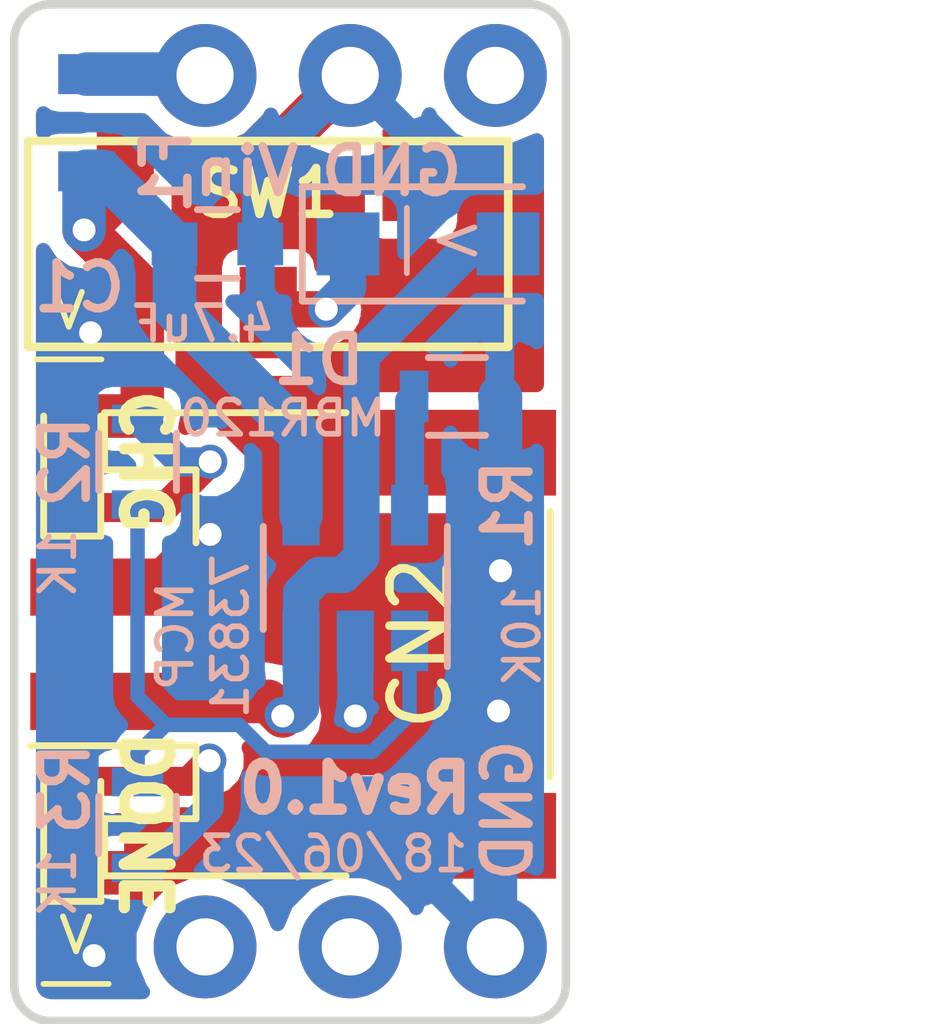
<source format=kicad_pcb>
(kicad_pcb (version 4) (host pcbnew 4.0.7)

  (general
    (links 19)
    (no_connects 0)
    (area 123.879381 95.037 163.147811 119.566)
    (thickness 1.6)
    (drawings 23)
    (tracks 104)
    (zones 0)
    (modules 12)
    (nets 14)
  )

  (page A4)
  (layers
    (0 F.Cu signal)
    (31 B.Cu signal)
    (32 B.Adhes user)
    (33 F.Adhes user)
    (34 B.Paste user)
    (35 F.Paste user)
    (36 B.SilkS user)
    (37 F.SilkS user)
    (38 B.Mask user)
    (39 F.Mask user)
    (40 Dwgs.User user)
    (41 Cmts.User user)
    (42 Eco1.User user)
    (43 Eco2.User user)
    (44 Edge.Cuts user)
    (45 Margin user)
    (46 B.CrtYd user)
    (47 F.CrtYd user)
    (48 B.Fab user)
    (49 F.Fab user hide)
  )

  (setup
    (last_trace_width 0.762)
    (user_trace_width 0.254)
    (user_trace_width 0.508)
    (user_trace_width 0.635)
    (user_trace_width 0.762)
    (trace_clearance 0.2)
    (zone_clearance 0.3)
    (zone_45_only yes)
    (trace_min 0.2)
    (segment_width 0.2)
    (edge_width 0.15)
    (via_size 0.6)
    (via_drill 0.4)
    (via_min_size 0.4)
    (via_min_drill 0.3)
    (uvia_size 0.3)
    (uvia_drill 0.1)
    (uvias_allowed no)
    (uvia_min_size 0.2)
    (uvia_min_drill 0.1)
    (pcb_text_width 0.3)
    (pcb_text_size 1.5 1.5)
    (mod_edge_width 0.15)
    (mod_text_size 1 1)
    (mod_text_width 0.15)
    (pad_size 1.524 1.524)
    (pad_drill 0.762)
    (pad_to_mask_clearance 0.2)
    (aux_axis_origin 0 0)
    (visible_elements FFFFFF7F)
    (pcbplotparams
      (layerselection 0x330fc_80000001)
      (usegerberextensions false)
      (excludeedgelayer true)
      (linewidth 0.100000)
      (plotframeref false)
      (viasonmask false)
      (mode 1)
      (useauxorigin false)
      (hpglpennumber 1)
      (hpglpenspeed 20)
      (hpglpendiameter 15)
      (hpglpenoverlay 2)
      (psnegative false)
      (psa4output false)
      (plotreference true)
      (plotvalue true)
      (plotinvisibletext false)
      (padsonsilk false)
      (subtractmaskfromsilk false)
      (outputformat 1)
      (mirror false)
      (drillshape 0)
      (scaleselection 1)
      (outputdirectory Arduino_pro_micro_battery_shield_rev1.0/))
  )

  (net 0 "")
  (net 1 GND)
  (net 2 VBUS)
  (net 3 VBAT)
  (net 4 "Net-(D2-Pad1)")
  (net 5 "Net-(D3-Pad2)")
  (net 6 "Net-(J1-Pad1)")
  (net 7 "Net-(J1-Pad2)")
  (net 8 "Net-(J1-Pad22)")
  (net 9 "Net-(R1-Pad2)")
  (net 10 "Net-(R2-Pad1)")
  (net 11 "Net-(D1-Pad1)")
  (net 12 "Net-(SW1-Pad1)")
  (net 13 VDD)

  (net_class Default "This is the default net class."
    (clearance 0.2)
    (trace_width 0.25)
    (via_dia 0.6)
    (via_drill 0.4)
    (uvia_dia 0.3)
    (uvia_drill 0.1)
    (add_net GND)
    (add_net "Net-(D1-Pad1)")
    (add_net "Net-(D2-Pad1)")
    (add_net "Net-(D3-Pad2)")
    (add_net "Net-(J1-Pad1)")
    (add_net "Net-(J1-Pad2)")
    (add_net "Net-(J1-Pad22)")
    (add_net "Net-(R1-Pad2)")
    (add_net "Net-(R2-Pad1)")
    (add_net "Net-(SW1-Pad1)")
    (add_net VBAT)
    (add_net VBUS)
    (add_net VDD)
  )

  (module Arduino_pro_micro_battery_backpack (layer F.Cu) (tedit 5B25C312) (tstamp 5B253EFF)
    (at 148.5011 105.0036)
    (path /5B251DCF)
    (fp_text reference J1 (at 10.5029 -1.6256) (layer F.SilkS) hide
      (effects (font (size 1 1) (thickness 0.15)))
    )
    (fp_text value Arduino_pro_micro_conn (at 5.4229 13.4874) (layer F.Fab) hide
      (effects (font (size 1 1) (thickness 0.15)))
    )
    (fp_text user GND (at -7.4041 7.7724 90) (layer B.SilkS)
      (effects (font (size 0.8 0.8) (thickness 0.15)) (justify mirror))
    )
    (fp_text user 0RX (at -10.7061 23.1394) (layer B.SilkS) hide
      (effects (font (size 0.8 0.8) (thickness 0.2)) (justify mirror))
    )
    (fp_text user 1TX (at -13.6271 23.3934) (layer B.SilkS) hide
      (effects (font (size 0.8 0.8) (thickness 0.2)) (justify mirror))
    )
    (fp_text user RST (at -8.1661 -19.2786) (layer B.SilkS) hide
      (effects (font (size 0.8 0.8) (thickness 0.2)) (justify mirror))
    )
    (fp_text user GND (at -9.4361 -3.4036) (layer B.SilkS)
      (effects (font (size 0.8 0.8) (thickness 0.15)) (justify mirror))
    )
    (fp_text user Vin (at -11.9761 -3.4036) (layer B.SilkS)
      (effects (font (size 0.8 0.8) (thickness 0.15)) (justify mirror))
    )
    (fp_text user Vin (at -12.9921 -17.7546) (layer F.SilkS) hide
      (effects (font (size 0.8 0.8) (thickness 0.2)))
    )
    (fp_text user GND (at -10.7061 -17.8816) (layer F.SilkS) hide
      (effects (font (size 0.8 0.8) (thickness 0.2)))
    )
    (fp_text user RST (at -8.2931 -17.6276) (layer F.SilkS) hide
      (effects (font (size 0.8 0.8) (thickness 0.2)))
    )
    (fp_text user GND (at -7.7851 24.7904) (layer F.SilkS) hide
      (effects (font (size 0.8 0.8) (thickness 0.2)))
    )
    (fp_text user 0RX (at -10.8331 25.2984) (layer F.SilkS) hide
      (effects (font (size 0.8 0.8) (thickness 0.2)))
    )
    (fp_text user 1TX (at -13.7541 25.0444) (layer F.SilkS) hide
      (effects (font (size 0.8 0.8) (thickness 0.2)))
    )
    (pad 1 thru_hole circle (at -12.7 10.16) (size 1.8 1.8) (drill 1) (layers *.Cu *.Mask)
      (net 6 "Net-(J1-Pad1)"))
    (pad 2 thru_hole circle (at -10.16 10.16) (size 1.8 1.8) (drill 1) (layers *.Cu *.Mask)
      (net 7 "Net-(J1-Pad2)"))
    (pad 3 thru_hole circle (at -7.62 10.16) (size 1.8 1.8) (drill 1) (layers *.Cu *.Mask)
      (net 1 GND))
    (pad 22 thru_hole circle (at -7.62 -5.08) (size 1.8 1.8) (drill 1) (layers *.Cu *.Mask)
      (net 8 "Net-(J1-Pad22)"))
    (pad 23 thru_hole circle (at -10.16 -5.08) (size 1.8 1.8) (drill 1) (layers *.Cu *.Mask)
      (net 1 GND))
    (pad 24 thru_hole circle (at -12.7 -5.08) (size 1.8 1.8) (drill 1) (layers *.Cu *.Mask)
      (net 2 VBUS))
  )

  (module Capacitors_SMD:C_0603 (layer B.Cu) (tedit 5B25B896) (tstamp 5B253EB4)
    (at 136.017 102.87)
    (descr "Capacitor SMD 0603, reflow soldering, AVX (see smccp.pdf)")
    (tags "capacitor 0603")
    (path /5B250BFA)
    (attr smd)
    (fp_text reference C1 (at -2.413 0.762) (layer B.SilkS)
      (effects (font (size 0.8 0.8) (thickness 0.15)) (justify mirror))
    )
    (fp_text value 1uF (at -0.889 -5.334) (layer F.Fab)
      (effects (font (size 1 1) (thickness 0.15)))
    )
    (fp_line (start 1.4 -0.65) (end -1.4 -0.65) (layer B.CrtYd) (width 0.05))
    (fp_line (start 1.4 -0.65) (end 1.4 0.65) (layer B.CrtYd) (width 0.05))
    (fp_line (start -1.4 0.65) (end -1.4 -0.65) (layer B.CrtYd) (width 0.05))
    (fp_line (start -1.4 0.65) (end 1.4 0.65) (layer B.CrtYd) (width 0.05))
    (fp_line (start 0.35 -0.6) (end -0.35 -0.6) (layer B.SilkS) (width 0.12))
    (fp_line (start -0.35 0.6) (end 0.35 0.6) (layer B.SilkS) (width 0.12))
    (fp_line (start -0.8 0.4) (end 0.8 0.4) (layer B.Fab) (width 0.1))
    (fp_line (start 0.8 0.4) (end 0.8 -0.4) (layer B.Fab) (width 0.1))
    (fp_line (start 0.8 -0.4) (end -0.8 -0.4) (layer B.Fab) (width 0.1))
    (fp_line (start -0.8 -0.4) (end -0.8 0.4) (layer B.Fab) (width 0.1))
    (fp_text user %R (at 0 0) (layer B.Fab)
      (effects (font (size 0.3 0.3) (thickness 0.075)) (justify mirror))
    )
    (pad 2 smd rect (at 0.75 0) (size 0.8 0.75) (layers B.Cu B.Paste B.Mask)
      (net 1 GND))
    (pad 1 smd rect (at -0.75 0) (size 0.8 0.75) (layers B.Cu B.Paste B.Mask)
      (net 13 VDD))
    (model Capacitors_SMD.3dshapes/C_0603.wrl
      (at (xyz 0 0 0))
      (scale (xyz 1 1 1))
      (rotate (xyz 0 0 0))
    )
  )

  (module library:JST_PH_S2B-PH-SM4-TB_02x2.00mm_Angled (layer F.Cu) (tedit 5B25B835) (tstamp 5B253ED1)
    (at 137.368 109.871 90)
    (descr "JST PH series connector, S2B-PH-SM4-TB, side entry type, surface mount, Datasheet: http://www.jst-mfg.com/product/pdf/eng/ePH.pdf")
    (tags "connector jst ph")
    (path /5B24FF2D)
    (attr smd)
    (fp_text reference CN2 (at 0.016 2.205 90) (layer F.SilkS)
      (effects (font (size 1 1) (thickness 0.15)))
    )
    (fp_text value JSTPH (at 0.016 6.777 90) (layer F.Fab)
      (effects (font (size 1 1) (thickness 0.15)))
    )
    (fp_line (start -3.15 -1.625) (end -3.15 -3.225) (layer F.Fab) (width 0.1))
    (fp_line (start -3.15 -3.225) (end -3.95 -3.225) (layer F.Fab) (width 0.1))
    (fp_line (start -3.95 -3.225) (end -3.95 4.375) (layer F.Fab) (width 0.1))
    (fp_line (start -3.95 4.375) (end 3.95 4.375) (layer F.Fab) (width 0.1))
    (fp_line (start 3.95 4.375) (end 3.95 -3.225) (layer F.Fab) (width 0.1))
    (fp_line (start 3.95 -3.225) (end 3.15 -3.225) (layer F.Fab) (width 0.1))
    (fp_line (start 3.15 -3.225) (end 3.15 -1.625) (layer F.Fab) (width 0.1))
    (fp_line (start 3.15 -1.625) (end -3.15 -1.625) (layer F.Fab) (width 0.1))
    (fp_line (start -1.775 -1.725) (end -3.05 -1.725) (layer F.SilkS) (width 0.12))
    (fp_line (start -3.05 -1.725) (end -3.05 -3.325) (layer F.SilkS) (width 0.12))
    (fp_line (start -3.05 -3.325) (end -4.05 -3.325) (layer F.SilkS) (width 0.12))
    (fp_line (start -4.05 -3.325) (end -4.05 0.9) (layer F.SilkS) (width 0.12))
    (fp_line (start 4.05 0.9) (end 4.05 -3.325) (layer F.SilkS) (width 0.12))
    (fp_line (start 4.05 -3.325) (end 3.05 -3.325) (layer F.SilkS) (width 0.12))
    (fp_line (start 3.05 -3.325) (end 3.05 -1.725) (layer F.SilkS) (width 0.12))
    (fp_line (start 3.05 -1.725) (end 1.775 -1.725) (layer F.SilkS) (width 0.12))
    (fp_line (start -2.325 4.475) (end 2.325 4.475) (layer F.SilkS) (width 0.12))
    (fp_line (start -1.775 -1.725) (end -1.775 -4.625) (layer F.SilkS) (width 0.12))
    (fp_line (start -2 -1.625) (end -1 -0.625) (layer F.Fab) (width 0.1))
    (fp_line (start -1 -0.625) (end 0 -1.625) (layer F.Fab) (width 0.1))
    (fp_line (start -4.6 -5.13) (end -4.6 5.07) (layer F.CrtYd) (width 0.05))
    (fp_line (start -4.6 5.07) (end 4.6 5.07) (layer F.CrtYd) (width 0.05))
    (fp_line (start 4.6 5.07) (end 4.6 -5.13) (layer F.CrtYd) (width 0.05))
    (fp_line (start 4.6 -5.13) (end -4.6 -5.13) (layer F.CrtYd) (width 0.05))
    (fp_text user %R (at 0.016 6.269 90) (layer F.Fab) hide
      (effects (font (size 1 1) (thickness 0.15)))
    )
    (pad 1 smd rect (at -1 -2.875 90) (size 1 3.5) (layers F.Cu F.Paste F.Mask)
      (net 3 VBAT))
    (pad 2 smd rect (at 1 -2.875 90) (size 1 3.5) (layers F.Cu F.Paste F.Mask)
      (net 1 GND))
    (pad "" smd rect (at -3.35 2.875 90) (size 1.5 3.4) (layers F.Cu F.Paste F.Mask))
    (pad "" smd rect (at 3.35 2.875 90) (size 1.5 3.4) (layers F.Cu F.Paste F.Mask))
    (model ${KISYS3DMOD}/Connectors_JST.3dshapes/JST_PH_S2B-PH-SM4-TB_02x2.00mm_Angled.wrl
      (at (xyz 0 0 0))
      (scale (xyz 1 1 1))
      (rotate (xyz 0 0 0))
    )
  )

  (module Diodes_SMD:D_SOD-123F (layer B.Cu) (tedit 5B25B821) (tstamp 5B253ED7)
    (at 139.703 102.87)
    (descr D_SOD-123F)
    (tags D_SOD-123F)
    (path /5B24D224)
    (attr smd)
    (fp_text reference D1 (at -1.908 2.032) (layer B.SilkS)
      (effects (font (size 0.8 0.8) (thickness 0.15)) (justify mirror))
    )
    (fp_text value MBR120 (at 7.49 0 180) (layer F.Fab)
      (effects (font (size 0.8 0.8) (thickness 0.2)))
    )
    (fp_text user %R (at 3.807 0) (layer F.Fab)
      (effects (font (size 1 1) (thickness 0.15)))
    )
    (fp_line (start -2.2 1) (end -2.2 -1) (layer B.SilkS) (width 0.12))
    (fp_line (start 0.25 0) (end 0.75 0) (layer B.Fab) (width 0.1))
    (fp_line (start 0.25 -0.4) (end -0.35 0) (layer B.Fab) (width 0.1))
    (fp_line (start 0.25 0.4) (end 0.25 -0.4) (layer B.Fab) (width 0.1))
    (fp_line (start -0.35 0) (end 0.25 0.4) (layer B.Fab) (width 0.1))
    (fp_line (start -0.35 0) (end -0.35 -0.55) (layer B.Fab) (width 0.1))
    (fp_line (start -0.35 0) (end -0.35 0.55) (layer B.Fab) (width 0.1))
    (fp_line (start -0.75 0) (end -0.35 0) (layer B.Fab) (width 0.1))
    (fp_line (start -1.4 -0.9) (end -1.4 0.9) (layer B.Fab) (width 0.1))
    (fp_line (start 1.4 -0.9) (end -1.4 -0.9) (layer B.Fab) (width 0.1))
    (fp_line (start 1.4 0.9) (end 1.4 -0.9) (layer B.Fab) (width 0.1))
    (fp_line (start -1.4 0.9) (end 1.4 0.9) (layer B.Fab) (width 0.1))
    (fp_line (start -2.2 1.15) (end 2.2 1.15) (layer B.CrtYd) (width 0.05))
    (fp_line (start 2.2 1.15) (end 2.2 -1.15) (layer B.CrtYd) (width 0.05))
    (fp_line (start 2.2 -1.15) (end -2.2 -1.15) (layer B.CrtYd) (width 0.05))
    (fp_line (start -2.2 1.15) (end -2.2 -1.15) (layer B.CrtYd) (width 0.05))
    (fp_line (start -2.2 -1) (end 1.65 -1) (layer B.SilkS) (width 0.12))
    (fp_line (start -2.2 1) (end 1.65 1) (layer B.SilkS) (width 0.12))
    (pad 1 smd rect (at -1.4 0) (size 1.1 1.1) (layers B.Cu B.Paste B.Mask)
      (net 11 "Net-(D1-Pad1)"))
    (pad 2 smd rect (at 1.4 0) (size 1.1 1.1) (layers B.Cu B.Paste B.Mask)
      (net 3 VBAT))
    (model ${KISYS3DMOD}/Diodes_SMD.3dshapes/D_SOD-123F.wrl
      (at (xyz 0 0 0))
      (scale (xyz 1 1 1))
      (rotate (xyz 0 0 0))
    )
  )

  (module LEDs:LED_0603 (layer F.Cu) (tedit 5B25AB8D) (tstamp 5B253EDD)
    (at 133.477 106.68 90)
    (descr "LED 0603 smd package")
    (tags "LED led 0603 SMD smd SMT smt smdled SMDLED smtled SMTLED")
    (path /5B24EF16)
    (attr smd)
    (fp_text reference D2 (at -0.127 -4.445 90) (layer F.Fab)
      (effects (font (size 1 1) (thickness 0.15)))
    )
    (fp_text value CHG (at -0.254 -3.048 90) (layer F.Fab)
      (effects (font (size 1 1) (thickness 0.15)))
    )
    (fp_line (start -1.3 -0.5) (end -1.3 0.5) (layer F.SilkS) (width 0.12))
    (fp_line (start -0.2 -0.2) (end -0.2 0.2) (layer F.Fab) (width 0.1))
    (fp_line (start -0.15 0) (end 0.15 -0.2) (layer F.Fab) (width 0.1))
    (fp_line (start 0.15 0.2) (end -0.15 0) (layer F.Fab) (width 0.1))
    (fp_line (start 0.15 -0.2) (end 0.15 0.2) (layer F.Fab) (width 0.1))
    (fp_line (start 0.8 0.4) (end -0.8 0.4) (layer F.Fab) (width 0.1))
    (fp_line (start 0.8 -0.4) (end 0.8 0.4) (layer F.Fab) (width 0.1))
    (fp_line (start -0.8 -0.4) (end 0.8 -0.4) (layer F.Fab) (width 0.1))
    (fp_line (start -0.8 0.4) (end -0.8 -0.4) (layer F.Fab) (width 0.1))
    (fp_line (start -1.3 0.5) (end 0.8 0.5) (layer F.SilkS) (width 0.12))
    (fp_line (start -1.3 -0.5) (end 0.8 -0.5) (layer F.SilkS) (width 0.12))
    (fp_line (start 1.45 -0.65) (end 1.45 0.65) (layer F.CrtYd) (width 0.05))
    (fp_line (start 1.45 0.65) (end -1.45 0.65) (layer F.CrtYd) (width 0.05))
    (fp_line (start -1.45 0.65) (end -1.45 -0.65) (layer F.CrtYd) (width 0.05))
    (fp_line (start -1.45 -0.65) (end 1.45 -0.65) (layer F.CrtYd) (width 0.05))
    (pad 2 smd rect (at 0.8 0 270) (size 0.8 0.8) (layers F.Cu F.Paste F.Mask)
      (net 13 VDD))
    (pad 1 smd rect (at -0.8 0 270) (size 0.8 0.8) (layers F.Cu F.Paste F.Mask)
      (net 4 "Net-(D2-Pad1)"))
    (model ${KISYS3DMOD}/LEDs.3dshapes/LED_0603.wrl
      (at (xyz 0 0 0))
      (scale (xyz 1 1 1))
      (rotate (xyz 0 0 180))
    )
  )

  (module LEDs:LED_0603 (layer F.Cu) (tedit 5B25AB83) (tstamp 5B253EE3)
    (at 133.477 113.068 90)
    (descr "LED 0603 smd package")
    (tags "LED led 0603 SMD smd SMT smt smdled SMDLED smtled SMTLED")
    (path /5B24FB84)
    (attr smd)
    (fp_text reference D3 (at 0 -4.318 90) (layer F.Fab)
      (effects (font (size 1 1) (thickness 0.15)))
    )
    (fp_text value DONE (at 0.165 -2.921 90) (layer F.Fab)
      (effects (font (size 1 1) (thickness 0.15)))
    )
    (fp_line (start -1.3 -0.5) (end -1.3 0.5) (layer F.SilkS) (width 0.12))
    (fp_line (start -0.2 -0.2) (end -0.2 0.2) (layer F.Fab) (width 0.1))
    (fp_line (start -0.15 0) (end 0.15 -0.2) (layer F.Fab) (width 0.1))
    (fp_line (start 0.15 0.2) (end -0.15 0) (layer F.Fab) (width 0.1))
    (fp_line (start 0.15 -0.2) (end 0.15 0.2) (layer F.Fab) (width 0.1))
    (fp_line (start 0.8 0.4) (end -0.8 0.4) (layer F.Fab) (width 0.1))
    (fp_line (start 0.8 -0.4) (end 0.8 0.4) (layer F.Fab) (width 0.1))
    (fp_line (start -0.8 -0.4) (end 0.8 -0.4) (layer F.Fab) (width 0.1))
    (fp_line (start -0.8 0.4) (end -0.8 -0.4) (layer F.Fab) (width 0.1))
    (fp_line (start -1.3 0.5) (end 0.8 0.5) (layer F.SilkS) (width 0.12))
    (fp_line (start -1.3 -0.5) (end 0.8 -0.5) (layer F.SilkS) (width 0.12))
    (fp_line (start 1.45 -0.65) (end 1.45 0.65) (layer F.CrtYd) (width 0.05))
    (fp_line (start 1.45 0.65) (end -1.45 0.65) (layer F.CrtYd) (width 0.05))
    (fp_line (start -1.45 0.65) (end -1.45 -0.65) (layer F.CrtYd) (width 0.05))
    (fp_line (start -1.45 -0.65) (end 1.45 -0.65) (layer F.CrtYd) (width 0.05))
    (pad 2 smd rect (at 0.8 0 270) (size 0.8 0.8) (layers F.Cu F.Paste F.Mask)
      (net 5 "Net-(D3-Pad2)"))
    (pad 1 smd rect (at -0.8 0 270) (size 0.8 0.8) (layers F.Cu F.Paste F.Mask)
      (net 1 GND))
    (model ${KISYS3DMOD}/LEDs.3dshapes/LED_0603.wrl
      (at (xyz 0 0 0))
      (scale (xyz 1 1 1))
      (rotate (xyz 0 0 180))
    )
  )

  (module Resistors_SMD:R_0603 (layer B.Cu) (tedit 5B25D3C4) (tstamp 5B253F05)
    (at 140.208 105.537 180)
    (descr "Resistor SMD 0603, reflow soldering, Vishay (see dcrcw.pdf)")
    (tags "resistor 0603")
    (path /5B24ED07)
    (attr smd)
    (fp_text reference R1 (at -2.794 0.254 180) (layer B.SilkS) hide
      (effects (font (size 0.8 0.8) (thickness 0.15)) (justify mirror))
    )
    (fp_text value 10K (at -4.064 0.127 180) (layer F.Fab)
      (effects (font (size 1 1) (thickness 0.15)))
    )
    (fp_text user %R (at 0 0 180) (layer B.Fab)
      (effects (font (size 0.4 0.4) (thickness 0.075)) (justify mirror))
    )
    (fp_line (start -0.8 -0.4) (end -0.8 0.4) (layer B.Fab) (width 0.1))
    (fp_line (start 0.8 -0.4) (end -0.8 -0.4) (layer B.Fab) (width 0.1))
    (fp_line (start 0.8 0.4) (end 0.8 -0.4) (layer B.Fab) (width 0.1))
    (fp_line (start -0.8 0.4) (end 0.8 0.4) (layer B.Fab) (width 0.1))
    (fp_line (start 0.5 -0.68) (end -0.5 -0.68) (layer B.SilkS) (width 0.12))
    (fp_line (start -0.5 0.68) (end 0.5 0.68) (layer B.SilkS) (width 0.12))
    (fp_line (start -1.25 0.7) (end 1.25 0.7) (layer B.CrtYd) (width 0.05))
    (fp_line (start -1.25 0.7) (end -1.25 -0.7) (layer B.CrtYd) (width 0.05))
    (fp_line (start 1.25 -0.7) (end 1.25 0.7) (layer B.CrtYd) (width 0.05))
    (fp_line (start 1.25 -0.7) (end -1.25 -0.7) (layer B.CrtYd) (width 0.05))
    (pad 1 smd rect (at -0.75 0 180) (size 0.5 0.9) (layers B.Cu B.Paste B.Mask)
      (net 1 GND))
    (pad 2 smd rect (at 0.75 0 180) (size 0.5 0.9) (layers B.Cu B.Paste B.Mask)
      (net 9 "Net-(R1-Pad2)"))
    (model ${KISYS3DMOD}/Resistors_SMD.3dshapes/R_0603.wrl
      (at (xyz 0 0 0))
      (scale (xyz 1 1 1))
      (rotate (xyz 0 0 0))
    )
  )

  (module Resistors_SMD:R_0603 (layer B.Cu) (tedit 5B25B82E) (tstamp 5B253F0B)
    (at 134.62 106.68 90)
    (descr "Resistor SMD 0603, reflow soldering, Vishay (see dcrcw.pdf)")
    (tags "resistor 0603")
    (path /5B24FBB1)
    (attr smd)
    (fp_text reference R2 (at 0 -1.27 90) (layer B.SilkS)
      (effects (font (size 0.8 0.8) (thickness 0.15)) (justify mirror))
    )
    (fp_text value 1K (at 0 -2.794 90) (layer F.Fab)
      (effects (font (size 1 1) (thickness 0.15)))
    )
    (fp_text user %R (at 0 0 90) (layer B.Fab)
      (effects (font (size 0.4 0.4) (thickness 0.075)) (justify mirror))
    )
    (fp_line (start -0.8 -0.4) (end -0.8 0.4) (layer B.Fab) (width 0.1))
    (fp_line (start 0.8 -0.4) (end -0.8 -0.4) (layer B.Fab) (width 0.1))
    (fp_line (start 0.8 0.4) (end 0.8 -0.4) (layer B.Fab) (width 0.1))
    (fp_line (start -0.8 0.4) (end 0.8 0.4) (layer B.Fab) (width 0.1))
    (fp_line (start 0.5 -0.68) (end -0.5 -0.68) (layer B.SilkS) (width 0.12))
    (fp_line (start -0.5 0.68) (end 0.5 0.68) (layer B.SilkS) (width 0.12))
    (fp_line (start -1.25 0.7) (end 1.25 0.7) (layer B.CrtYd) (width 0.05))
    (fp_line (start -1.25 0.7) (end -1.25 -0.7) (layer B.CrtYd) (width 0.05))
    (fp_line (start 1.25 -0.7) (end 1.25 0.7) (layer B.CrtYd) (width 0.05))
    (fp_line (start 1.25 -0.7) (end -1.25 -0.7) (layer B.CrtYd) (width 0.05))
    (pad 1 smd rect (at -0.75 0 90) (size 0.5 0.9) (layers B.Cu B.Paste B.Mask)
      (net 10 "Net-(R2-Pad1)"))
    (pad 2 smd rect (at 0.75 0 90) (size 0.5 0.9) (layers B.Cu B.Paste B.Mask)
      (net 4 "Net-(D2-Pad1)"))
    (model ${KISYS3DMOD}/Resistors_SMD.3dshapes/R_0603.wrl
      (at (xyz 0 0 0))
      (scale (xyz 1 1 1))
      (rotate (xyz 0 0 0))
    )
  )

  (module Resistors_SMD:R_0603 (layer B.Cu) (tedit 5B25B834) (tstamp 5B253F11)
    (at 134.62 113.03 270)
    (descr "Resistor SMD 0603, reflow soldering, Vishay (see dcrcw.pdf)")
    (tags "resistor 0603")
    (path /5B24FC3A)
    (attr smd)
    (fp_text reference R3 (at -0.635 1.27 270) (layer B.SilkS)
      (effects (font (size 0.8 0.8) (thickness 0.15)) (justify mirror))
    )
    (fp_text value 1K (at 0 2.667 270) (layer F.Fab)
      (effects (font (size 1 1) (thickness 0.15)))
    )
    (fp_text user %R (at 0 0 270) (layer B.Fab)
      (effects (font (size 0.4 0.4) (thickness 0.075)) (justify mirror))
    )
    (fp_line (start -0.8 -0.4) (end -0.8 0.4) (layer B.Fab) (width 0.1))
    (fp_line (start 0.8 -0.4) (end -0.8 -0.4) (layer B.Fab) (width 0.1))
    (fp_line (start 0.8 0.4) (end 0.8 -0.4) (layer B.Fab) (width 0.1))
    (fp_line (start -0.8 0.4) (end 0.8 0.4) (layer B.Fab) (width 0.1))
    (fp_line (start 0.5 -0.68) (end -0.5 -0.68) (layer B.SilkS) (width 0.12))
    (fp_line (start -0.5 0.68) (end 0.5 0.68) (layer B.SilkS) (width 0.12))
    (fp_line (start -1.25 0.7) (end 1.25 0.7) (layer B.CrtYd) (width 0.05))
    (fp_line (start -1.25 0.7) (end -1.25 -0.7) (layer B.CrtYd) (width 0.05))
    (fp_line (start 1.25 -0.7) (end 1.25 0.7) (layer B.CrtYd) (width 0.05))
    (fp_line (start 1.25 -0.7) (end -1.25 -0.7) (layer B.CrtYd) (width 0.05))
    (pad 1 smd rect (at -0.75 0 270) (size 0.5 0.9) (layers B.Cu B.Paste B.Mask)
      (net 10 "Net-(R2-Pad1)"))
    (pad 2 smd rect (at 0.75 0 270) (size 0.5 0.9) (layers B.Cu B.Paste B.Mask)
      (net 5 "Net-(D3-Pad2)"))
    (model ${KISYS3DMOD}/Resistors_SMD.3dshapes/R_0603.wrl
      (at (xyz 0 0 0))
      (scale (xyz 1 1 1))
      (rotate (xyz 0 0 0))
    )
  )

  (module TO_SOT_Packages_SMD:SOT-23-5 (layer B.Cu) (tedit 5B25B877) (tstamp 5B253F1A)
    (at 138.43 108.712 90)
    (descr "5-pin SOT23 package")
    (tags SOT-23-5)
    (path /5B24DB75)
    (attr smd)
    (fp_text reference U1 (at -0.889 20.574 90) (layer B.SilkS) hide
      (effects (font (size 1 1) (thickness 0.15)) (justify mirror))
    )
    (fp_text value MCP73831-2-OT (at -1.905 8.255 90) (layer F.Fab)
      (effects (font (size 1 1) (thickness 0.15)))
    )
    (fp_text user %R (at 0 0 360) (layer B.Fab)
      (effects (font (size 0.5 0.5) (thickness 0.075)) (justify mirror))
    )
    (fp_line (start -0.9 -1.61) (end 0.9 -1.61) (layer B.SilkS) (width 0.12))
    (fp_line (start 0.9 1.61) (end -1.55 1.61) (layer B.SilkS) (width 0.12))
    (fp_line (start -1.9 1.8) (end 1.9 1.8) (layer B.CrtYd) (width 0.05))
    (fp_line (start 1.9 1.8) (end 1.9 -1.8) (layer B.CrtYd) (width 0.05))
    (fp_line (start 1.9 -1.8) (end -1.9 -1.8) (layer B.CrtYd) (width 0.05))
    (fp_line (start -1.9 -1.8) (end -1.9 1.8) (layer B.CrtYd) (width 0.05))
    (fp_line (start -0.9 0.9) (end -0.25 1.55) (layer B.Fab) (width 0.1))
    (fp_line (start 0.9 1.55) (end -0.25 1.55) (layer B.Fab) (width 0.1))
    (fp_line (start -0.9 0.9) (end -0.9 -1.55) (layer B.Fab) (width 0.1))
    (fp_line (start 0.9 -1.55) (end -0.9 -1.55) (layer B.Fab) (width 0.1))
    (fp_line (start 0.9 1.55) (end 0.9 -1.55) (layer B.Fab) (width 0.1))
    (pad 1 smd rect (at -1.1 0.95 90) (size 1.06 0.65) (layers B.Cu B.Paste B.Mask)
      (net 10 "Net-(R2-Pad1)"))
    (pad 2 smd rect (at -1.1 0 90) (size 1.06 0.65) (layers B.Cu B.Paste B.Mask)
      (net 1 GND))
    (pad 3 smd rect (at -1.1 -0.95 90) (size 1.06 0.65) (layers B.Cu B.Paste B.Mask)
      (net 3 VBAT))
    (pad 4 smd rect (at 1.1 -0.95 90) (size 1.06 0.65) (layers B.Cu B.Paste B.Mask)
      (net 13 VDD))
    (pad 5 smd rect (at 1.1 0.95 90) (size 1.06 0.65) (layers B.Cu B.Paste B.Mask)
      (net 9 "Net-(R1-Pad2)"))
    (model ${KISYS3DMOD}/TO_SOT_Packages_SMD.3dshapes/SOT-23-5.wrl
      (at (xyz 0 0 0))
      (scale (xyz 1 1 1))
      (rotate (xyz 0 0 0))
    )
  )

  (module library:mini_slide_switch (layer F.Cu) (tedit 5B25B8A7) (tstamp 5B254C14)
    (at 136.906 102.87 180)
    (path /5B259D77)
    (fp_text reference SW1 (at 0 0.889 180) (layer F.SilkS)
      (effects (font (size 0.8 0.8) (thickness 0.15)))
    )
    (fp_text value slide_switch (at -0.254 6.858 180) (layer F.Fab) hide
      (effects (font (size 1 1) (thickness 0.15)))
    )
    (fp_line (start -4.2 1.8) (end 4.2 1.8) (layer F.SilkS) (width 0.15))
    (fp_line (start 4.2 1.8) (end 4.2 -1.8) (layer F.SilkS) (width 0.15))
    (fp_line (start 4.2 -1.8) (end -4.2 -1.8) (layer F.SilkS) (width 0.15))
    (fp_line (start -4.2 -1.8) (end -4.2 1.8) (layer F.SilkS) (width 0.15))
    (pad 1 smd rect (at -2.5 1.2 180) (size 1 1.6) (layers F.Cu F.Paste F.Mask)
      (net 12 "Net-(SW1-Pad1)"))
    (pad 2 smd rect (at 0 -1.2 180) (size 1 1.6) (layers F.Cu F.Paste F.Mask)
      (net 11 "Net-(D1-Pad1)"))
    (pad 3 smd rect (at 2.5 1.2 180) (size 1 1.6) (layers F.Cu F.Paste F.Mask)
      (net 13 VDD))
  )

  (module library:RST_FUSE_MF_FSMF050X (layer B.Cu) (tedit 5B25C49A) (tstamp 5B25C7B0)
    (at 133.731 100.75 270)
    (path /5B25BD2D)
    (fp_text reference F1 (at 0.85 -1.397 270) (layer B.SilkS)
      (effects (font (size 0.8 0.8) (thickness 0.15)) (justify mirror))
    )
    (fp_text value "6V 500mA" (at -0.547 6.604 360) (layer F.Fab)
      (effects (font (size 0.8 0.8) (thickness 0.15)))
    )
    (pad 1 smd rect (at -0.85 0 270) (size 0.7 1) (layers B.Cu B.Paste B.Mask)
      (net 2 VBUS))
    (pad 2 smd rect (at 0.85 0 270) (size 0.7 1) (layers B.Cu B.Paste B.Mask)
      (net 13 VDD))
  )

  (gr_text "MCP\n73831" (at 135.763 109.728 90) (layer B.SilkS) (tstamp 5B25C67F)
    (effects (font (size 0.6 0.6) (thickness 0.1)) (justify mirror))
  )
  (gr_text MBR120 (at 137.16 105.918) (layer B.SilkS) (tstamp 5B25C674)
    (effects (font (size 0.6 0.6) (thickness 0.1)) (justify mirror))
  )
  (gr_text R1 (at 141.097 107.442 90) (layer B.SilkS) (tstamp 5B25C617)
    (effects (font (size 0.8 0.8) (thickness 0.15)) (justify mirror))
  )
  (gr_text 1K (at 133.223 114.046 90) (layer B.SilkS) (tstamp 5B25C5E6)
    (effects (font (size 0.6 0.6) (thickness 0.1)) (justify mirror))
  )
  (gr_text 4.7uF (at 135.763 104.267) (layer B.SilkS) (tstamp 5B25C5DD)
    (effects (font (size 0.6 0.6) (thickness 0.1)) (justify mirror))
  )
  (gr_text 10K (at 141.351 109.728 90) (layer B.SilkS) (tstamp 5B25C5DA)
    (effects (font (size 0.6 0.6) (thickness 0.1)) (justify mirror))
  )
  (gr_text 1K (at 133.223 108.458 90) (layer B.SilkS) (tstamp 5B25C5D8)
    (effects (font (size 0.6 0.6) (thickness 0.1)) (justify mirror))
  )
  (gr_text Rev1.0 (at 138.43 112.395) (layer B.SilkS) (tstamp 5B25C1A5)
    (effects (font (size 0.8 0.8) (thickness 0.2)) (justify mirror))
  )
  (gr_text 18/06/23 (at 138.049 113.538) (layer B.SilkS) (tstamp 5B25C17E)
    (effects (font (size 0.6 0.6) (thickness 0.1)) (justify mirror))
  )
  (gr_text |< (at 139.827 102.87 180) (layer B.SilkS) (tstamp 5B25C16F)
    (effects (font (size 0.8 0.8) (thickness 0.1)) (justify mirror))
  )
  (gr_text |< (at 133.477 104.394 270) (layer F.SilkS) (tstamp 5B25BE83)
    (effects (font (size 0.8 0.8) (thickness 0.1)) (justify mirror))
  )
  (gr_text |< (at 133.604 115.316 270) (layer F.SilkS)
    (effects (font (size 0.8 0.8) (thickness 0.1)) (justify mirror))
  )
  (gr_text DONE (at 134.747 113.03 270) (layer F.SilkS) (tstamp 5B25AC86)
    (effects (font (size 0.8 0.8) (thickness 0.2)))
  )
  (gr_text CHG (at 134.747 106.68 270) (layer F.SilkS)
    (effects (font (size 0.8 0.8) (thickness 0.2)))
  )
  (gr_line (start 133.096 116.459) (end 141.478 116.459) (angle 90) (layer Edge.Cuts) (width 0.15))
  (gr_line (start 132.461 99.314) (end 132.461 115.824) (angle 90) (layer Edge.Cuts) (width 0.15))
  (gr_arc (start 133.096 115.824) (end 133.096 116.459) (angle 90) (layer Edge.Cuts) (width 0.15))
  (gr_line (start 133.096 98.679) (end 141.478 98.679) (angle 90) (layer Edge.Cuts) (width 0.15))
  (gr_arc (start 133.096 99.314) (end 132.461 99.314) (angle 90) (layer Edge.Cuts) (width 0.15))
  (gr_line (start 142.113 100.33) (end 142.113 99.314) (angle 90) (layer Edge.Cuts) (width 0.15))
  (gr_arc (start 141.478 99.314) (end 141.478 98.679) (angle 90) (layer Edge.Cuts) (width 0.15))
  (gr_line (start 142.113 115.824) (end 142.113 100.33) (angle 90) (layer Edge.Cuts) (width 0.15))
  (gr_arc (start 141.478 115.824) (end 142.113 115.824) (angle 90) (layer Edge.Cuts) (width 0.15))

  (segment (start 133.558001 104.66424) (end 133.798294 104.423947) (width 0.762) (layer B.Cu) (net 1))
  (segment (start 137.005 106.54656) (end 137.005 107.609) (width 0.762) (layer F.Cu) (net 1))
  (segment (start 135.664537 102.600163) (end 135.664537 105.206097) (width 0.762) (layer F.Cu) (net 1))
  (via (at 133.798294 104.423947) (size 0.6) (drill 0.4) (layers F.Cu B.Cu) (net 1))
  (segment (start 133.858 115.316) (end 133.558001 115.016001) (width 0.762) (layer B.Cu) (net 1))
  (segment (start 133.558001 115.016001) (end 133.558001 104.66424) (width 0.762) (layer B.Cu) (net 1))
  (segment (start 135.664537 105.206097) (end 137.005 106.54656) (width 0.762) (layer F.Cu) (net 1))
  (segment (start 138.3411 99.9236) (end 135.664537 102.600163) (width 0.762) (layer F.Cu) (net 1))
  (segment (start 140.848335 111.125) (end 140.935157 111.038178) (width 0.762) (layer F.Cu) (net 1))
  (segment (start 138.43 111.125) (end 140.848335 111.125) (width 0.762) (layer F.Cu) (net 1))
  (segment (start 140.8811 111.092235) (end 140.935157 111.038178) (width 0.762) (layer B.Cu) (net 1))
  (segment (start 140.8811 115.1636) (end 140.8811 111.092235) (width 0.762) (layer B.Cu) (net 1))
  (segment (start 140.97 111.003335) (end 140.935157 111.038178) (width 0.762) (layer B.Cu) (net 1))
  (segment (start 140.97 108.585) (end 140.97 111.003335) (width 0.762) (layer B.Cu) (net 1))
  (via (at 140.935157 111.038178) (size 0.6) (drill 0.4) (layers F.Cu B.Cu) (net 1))
  (segment (start 140.97 108.585) (end 140.97 105.549) (width 0.762) (layer B.Cu) (net 1))
  (segment (start 140.97 105.549) (end 140.958 105.537) (width 0.762) (layer B.Cu) (net 1))
  (via (at 140.97 108.585) (size 0.6) (drill 0.4) (layers F.Cu B.Cu) (net 1))
  (via (at 140.97 108.585) (size 0.6) (drill 0.4) (layers F.Cu B.Cu) (net 1))
  (segment (start 135.89 107.95) (end 136.189999 107.650001) (width 0.762) (layer F.Cu) (net 1))
  (segment (start 136.189999 107.650001) (end 136.963999 107.650001) (width 0.762) (layer F.Cu) (net 1))
  (segment (start 136.963999 107.650001) (end 137.005 107.609) (width 0.762) (layer F.Cu) (net 1))
  (segment (start 133.477 113.868) (end 133.477 114.935) (width 0.762) (layer F.Cu) (net 1))
  (segment (start 133.477 114.935) (end 133.858 115.316) (width 0.762) (layer F.Cu) (net 1))
  (via (at 133.858 115.316) (size 0.6) (drill 0.4) (layers F.Cu B.Cu) (net 1))
  (segment (start 134.493 108.871) (end 134.969 108.871) (width 0.762) (layer F.Cu) (net 1))
  (segment (start 134.969 108.871) (end 135.89 107.95) (width 0.762) (layer F.Cu) (net 1))
  (via (at 135.89 107.95) (size 0.6) (drill 0.4) (layers F.Cu B.Cu) (net 1))
  (segment (start 138.43 109.812) (end 138.43 111.107491) (width 0.635) (layer B.Cu) (net 1))
  (segment (start 138.43 111.125) (end 138.43 109.034) (width 0.762) (layer F.Cu) (net 1))
  (segment (start 138.43 109.034) (end 137.005 107.609) (width 0.762) (layer F.Cu) (net 1))
  (segment (start 133.477 113.868) (end 134.639 113.868) (width 0.762) (layer F.Cu) (net 1))
  (segment (start 134.639 113.868) (end 135.40399 113.10301) (width 0.762) (layer F.Cu) (net 1))
  (segment (start 135.40399 113.10301) (end 136.876254 113.10301) (width 0.762) (layer F.Cu) (net 1))
  (segment (start 136.876254 113.10301) (end 138.43 111.549264) (width 0.762) (layer F.Cu) (net 1))
  (segment (start 138.43 111.549264) (end 138.43 111.125) (width 0.762) (layer F.Cu) (net 1))
  (segment (start 136.767 102.87) (end 136.767 101.4977) (width 0.635) (layer B.Cu) (net 1))
  (segment (start 136.767 101.4977) (end 138.3411 99.9236) (width 0.635) (layer B.Cu) (net 1))
  (segment (start 134.493 108.871) (end 134.814922 108.871) (width 0.508) (layer F.Cu) (net 1))
  (via (at 138.43 111.125) (size 0.6) (drill 0.4) (layers F.Cu B.Cu) (net 1))
  (segment (start 133.731 99.9) (end 135.7775 99.9) (width 0.762) (layer B.Cu) (net 2))
  (segment (start 135.7775 99.9) (end 135.8011 99.9236) (width 0.762) (layer B.Cu) (net 2))
  (segment (start 137.48 109.812) (end 137.48 110.977) (width 0.635) (layer B.Cu) (net 3))
  (segment (start 137.48 110.977) (end 137.349509 111.107491) (width 0.635) (layer B.Cu) (net 3))
  (segment (start 137.349509 111.107491) (end 137.16 111.107491) (width 0.635) (layer B.Cu) (net 3))
  (segment (start 137.48 109.812) (end 137.48 108.975498) (width 0.635) (layer B.Cu) (net 3))
  (segment (start 137.48 108.975498) (end 137.795997 108.659501) (width 0.635) (layer B.Cu) (net 3))
  (segment (start 137.795997 108.659501) (end 138.219001 108.659501) (width 0.635) (layer B.Cu) (net 3))
  (segment (start 138.219001 108.659501) (end 138.537499 108.341003) (width 0.635) (layer B.Cu) (net 3))
  (segment (start 138.537499 108.341003) (end 138.537499 104.825999) (width 0.635) (layer B.Cu) (net 3))
  (segment (start 138.537499 104.825999) (end 140.493498 102.87) (width 0.635) (layer B.Cu) (net 3))
  (segment (start 140.493498 102.87) (end 141.103 102.87) (width 0.635) (layer B.Cu) (net 3))
  (segment (start 134.493 110.871) (end 136.906 110.871) (width 0.762) (layer F.Cu) (net 3))
  (segment (start 136.906 110.871) (end 137.16 111.125) (width 0.762) (layer F.Cu) (net 3))
  (via (at 137.16 111.125) (size 0.6) (drill 0.4) (layers F.Cu B.Cu) (net 3))
  (segment (start 135.89 106.68) (end 135.37 106.68) (width 0.508) (layer B.Cu) (net 4))
  (segment (start 135.37 106.68) (end 134.62 105.93) (width 0.508) (layer B.Cu) (net 4))
  (segment (start 133.477 107.48) (end 135.09 107.48) (width 0.508) (layer F.Cu) (net 4))
  (segment (start 135.09 107.48) (end 135.89 106.68) (width 0.508) (layer F.Cu) (net 4))
  (via (at 135.89 106.68) (size 0.6) (drill 0.4) (layers F.Cu B.Cu) (net 4))
  (segment (start 135.573621 112.207106) (end 135.87362 111.907107) (width 0.508) (layer F.Cu) (net 5))
  (segment (start 135.512727 112.268) (end 135.573621 112.207106) (width 0.508) (layer F.Cu) (net 5))
  (segment (start 135.87362 112.72638) (end 135.87362 112.331371) (width 0.508) (layer B.Cu) (net 5))
  (segment (start 134.82 113.78) (end 135.87362 112.72638) (width 0.508) (layer B.Cu) (net 5))
  (segment (start 133.477 112.268) (end 135.512727 112.268) (width 0.508) (layer F.Cu) (net 5))
  (segment (start 135.87362 112.331371) (end 135.87362 111.907107) (width 0.508) (layer B.Cu) (net 5))
  (segment (start 134.62 113.78) (end 134.82 113.78) (width 0.508) (layer B.Cu) (net 5))
  (via (at 135.87362 111.907107) (size 0.6) (drill 0.4) (layers F.Cu B.Cu) (net 5))
  (segment (start 139.38 107.612) (end 139.38 105.615) (width 0.508) (layer B.Cu) (net 9))
  (segment (start 139.38 105.615) (end 139.458 105.537) (width 0.508) (layer B.Cu) (net 9))
  (segment (start 134.62 107.43) (end 134.62 110.784212) (width 0.254) (layer B.Cu) (net 10))
  (segment (start 134.62 110.784212) (end 135.115894 111.280106) (width 0.254) (layer B.Cu) (net 10))
  (segment (start 134.62 112.28) (end 134.62 111.776) (width 0.254) (layer B.Cu) (net 10))
  (segment (start 134.62 111.776) (end 135.115894 111.280106) (width 0.254) (layer B.Cu) (net 10))
  (segment (start 135.115894 111.280106) (end 136.394838 111.280106) (width 0.254) (layer B.Cu) (net 10))
  (segment (start 136.394838 111.280106) (end 136.866733 111.752001) (width 0.254) (layer B.Cu) (net 10))
  (segment (start 136.866733 111.752001) (end 138.730961 111.752001) (width 0.254) (layer B.Cu) (net 10))
  (segment (start 138.730961 111.752001) (end 139.38 111.102962) (width 0.254) (layer B.Cu) (net 10))
  (segment (start 139.38 111.102962) (end 139.38 110.596) (width 0.254) (layer B.Cu) (net 10))
  (segment (start 139.38 110.596) (end 139.38 109.812) (width 0.254) (layer B.Cu) (net 10))
  (segment (start 137.922 104.013) (end 136.963 104.013) (width 0.635) (layer F.Cu) (net 11))
  (segment (start 136.963 104.013) (end 136.906 104.07) (width 0.635) (layer F.Cu) (net 11))
  (segment (start 138.303 102.87) (end 138.303 103.632) (width 0.635) (layer B.Cu) (net 11))
  (segment (start 138.303 103.632) (end 137.922 104.013) (width 0.635) (layer B.Cu) (net 11))
  (via (at 137.922 104.013) (size 0.6) (drill 0.4) (layers F.Cu B.Cu) (net 11))
  (segment (start 134.702526 103.643031) (end 133.984172 102.924677) (width 0.762) (layer F.Cu) (net 13))
  (segment (start 134.702526 105.816474) (end 134.702526 103.643031) (width 0.762) (layer F.Cu) (net 13))
  (segment (start 134.639 105.88) (end 134.702526 105.816474) (width 0.762) (layer F.Cu) (net 13))
  (segment (start 133.477 105.88) (end 134.639 105.88) (width 0.762) (layer F.Cu) (net 13))
  (segment (start 133.984172 102.924677) (end 133.684173 102.624678) (width 0.762) (layer F.Cu) (net 13))
  (segment (start 133.684173 102.200414) (end 133.684173 102.624678) (width 0.762) (layer B.Cu) (net 13))
  (segment (start 133.684173 101.646827) (end 133.684173 102.200414) (width 0.762) (layer B.Cu) (net 13))
  (segment (start 133.731 101.6) (end 133.684173 101.646827) (width 0.762) (layer B.Cu) (net 13))
  (segment (start 134.406 101.902851) (end 133.984172 102.324679) (width 0.762) (layer F.Cu) (net 13))
  (segment (start 134.406 101.67) (end 134.406 101.902851) (width 0.762) (layer F.Cu) (net 13))
  (segment (start 133.984172 102.324679) (end 133.684173 102.624678) (width 0.762) (layer F.Cu) (net 13))
  (via (at 133.684173 102.624678) (size 0.6) (drill 0.4) (layers F.Cu B.Cu) (net 13))
  (segment (start 133.731 101.6) (end 133.997 101.6) (width 0.762) (layer B.Cu) (net 13))
  (segment (start 133.997 101.6) (end 135.267 102.87) (width 0.762) (layer B.Cu) (net 13))
  (segment (start 135.267 102.87) (end 135.267 104.007) (width 0.762) (layer B.Cu) (net 13))
  (segment (start 135.267 104.007) (end 137.48 106.22) (width 0.762) (layer B.Cu) (net 13))
  (segment (start 137.48 106.22) (end 137.48 106.32) (width 0.762) (layer B.Cu) (net 13))
  (segment (start 137.48 106.32) (end 137.48 107.612) (width 0.762) (layer B.Cu) (net 13))
  (segment (start 133.881 101.6) (end 133.731 101.6) (width 0.762) (layer B.Cu) (net 13))

  (zone (net 1) (net_name GND) (layer B.Cu) (tstamp 5B25A850) (hatch edge 0.508)
    (connect_pads (clearance 0.3))
    (min_thickness 0.254)
    (fill yes (arc_segments 16) (thermal_gap 0.508) (thermal_bridge_width 0.508))
    (polygon
      (pts
        (xy 132.842 99.06) (xy 141.732 99.06) (xy 141.732 116.078) (xy 132.842 116.078)
      )
    )
    (filled_polygon
      (pts
        (xy 133.112831 103.19602) (xy 133.374965 103.371173) (xy 133.684173 103.432678) (xy 133.993381 103.371173) (xy 134.255515 103.19602)
        (xy 134.33355 103.079234) (xy 134.431635 103.177319) (xy 134.431635 103.245) (xy 134.459 103.390434) (xy 134.459 104.007)
        (xy 134.520505 104.316209) (xy 134.695658 104.578342) (xy 136.095435 105.97812) (xy 136.035244 105.953126) (xy 135.746025 105.952874)
        (xy 135.646908 105.993828) (xy 135.505365 105.852285) (xy 135.505365 105.68) (xy 135.475591 105.521763) (xy 135.382073 105.376433)
        (xy 135.239381 105.278936) (xy 135.07 105.244635) (xy 134.17 105.244635) (xy 134.011763 105.274409) (xy 133.866433 105.367927)
        (xy 133.768936 105.510619) (xy 133.734635 105.68) (xy 133.734635 106.18) (xy 133.764409 106.338237) (xy 133.857927 106.483567)
        (xy 134.000619 106.581064) (xy 134.17 106.615365) (xy 134.342285 106.615365) (xy 134.471555 106.744635) (xy 134.17 106.744635)
        (xy 134.011763 106.774409) (xy 133.866433 106.867927) (xy 133.768936 107.010619) (xy 133.734635 107.18) (xy 133.734635 107.68)
        (xy 133.764409 107.838237) (xy 133.857927 107.983567) (xy 134.000619 108.081064) (xy 134.066 108.094304) (xy 134.066 110.784212)
        (xy 134.108171 110.996219) (xy 134.179495 111.102962) (xy 134.228263 111.175949) (xy 134.33242 111.280106) (xy 134.228263 111.384263)
        (xy 134.108171 111.563993) (xy 134.099435 111.607913) (xy 134.011763 111.624409) (xy 133.866433 111.717927) (xy 133.768936 111.860619)
        (xy 133.734635 112.03) (xy 133.734635 112.53) (xy 133.764409 112.688237) (xy 133.857927 112.833567) (xy 134.000619 112.931064)
        (xy 134.17 112.965365) (xy 134.671555 112.965365) (xy 134.542285 113.094635) (xy 134.17 113.094635) (xy 134.011763 113.124409)
        (xy 133.866433 113.217927) (xy 133.768936 113.360619) (xy 133.734635 113.53) (xy 133.734635 114.03) (xy 133.764409 114.188237)
        (xy 133.857927 114.333567) (xy 134.000619 114.431064) (xy 134.17 114.465365) (xy 134.654179 114.465365) (xy 134.474331 114.898485)
        (xy 134.473871 115.426398) (xy 134.675469 115.914303) (xy 134.712102 115.951) (xy 133.115276 115.951) (xy 133.048869 115.937791)
        (xy 133.008909 115.911091) (xy 132.982209 115.871131) (xy 132.969 115.804724) (xy 132.969 102.980763)
      )
    )
    (filled_polygon
      (pts
        (xy 141.605 104.585975) (xy 141.567698 104.548673) (xy 141.334309 104.452) (xy 141.24175 104.452) (xy 141.083 104.61075)
        (xy 141.083 105.41) (xy 141.105 105.41) (xy 141.105 105.664) (xy 141.083 105.664) (xy 141.083 106.46325)
        (xy 141.24175 106.622) (xy 141.334309 106.622) (xy 141.567698 106.525327) (xy 141.605 106.488025) (xy 141.605 113.793939)
        (xy 141.121764 113.617142) (xy 140.51164 113.642761) (xy 140.066952 113.826957) (xy 139.980546 114.083441) (xy 140.8811 114.983995)
        (xy 140.895243 114.969853) (xy 141.074848 115.149458) (xy 141.060705 115.1636) (xy 141.074848 115.177743) (xy 140.895243 115.357348)
        (xy 140.8811 115.343205) (xy 140.866958 115.357348) (xy 140.687353 115.177743) (xy 140.701495 115.1636) (xy 139.800941 114.263046)
        (xy 139.544457 114.349452) (xy 139.495644 114.482872) (xy 139.466731 114.412897) (xy 139.093766 114.039281) (xy 138.606215 113.836831)
        (xy 138.078302 113.836371) (xy 137.590397 114.037969) (xy 137.216781 114.410934) (xy 137.070991 114.762033) (xy 136.926731 114.412897)
        (xy 136.553766 114.039281) (xy 136.066215 113.836831) (xy 135.726545 113.836535) (xy 136.35516 113.20792) (xy 136.502782 112.986988)
        (xy 136.554621 112.72638) (xy 136.55462 112.726375) (xy 136.55462 112.196941) (xy 136.654726 112.26383) (xy 136.866733 112.306001)
        (xy 138.730961 112.306001) (xy 138.942968 112.26383) (xy 139.122698 112.143738) (xy 139.771737 111.494699) (xy 139.89183 111.314968)
        (xy 139.934 111.102962) (xy 139.934 110.702056) (xy 140.008567 110.654073) (xy 140.106064 110.511381) (xy 140.140365 110.342)
        (xy 140.140365 109.282) (xy 140.110591 109.123763) (xy 140.017073 108.978433) (xy 139.874381 108.880936) (xy 139.705 108.846635)
        (xy 139.21766 108.846635) (xy 139.133847 108.762821) (xy 139.225327 108.625911) (xy 139.234983 108.577365) (xy 139.705 108.577365)
        (xy 139.863237 108.547591) (xy 140.008567 108.454073) (xy 140.106064 108.311381) (xy 140.140365 108.142) (xy 140.140365 107.082)
        (xy 140.110591 106.923763) (xy 140.061 106.846697) (xy 140.061 106.226725) (xy 140.097719 106.172986) (xy 140.169673 106.346699)
        (xy 140.348302 106.525327) (xy 140.581691 106.622) (xy 140.67425 106.622) (xy 140.833 106.46325) (xy 140.833 105.664)
        (xy 140.811 105.664) (xy 140.811 105.41) (xy 140.833 105.41) (xy 140.833 104.61075) (xy 140.67425 104.452)
        (xy 140.581691 104.452) (xy 140.348302 104.548673) (xy 140.169673 104.727301) (xy 140.096942 104.90289) (xy 140.020073 104.783433)
        (xy 139.877381 104.685936) (xy 139.755189 104.661191) (xy 140.561015 103.855365) (xy 141.605 103.855365)
      )
    )
    (filled_polygon
      (pts
        (xy 138.557 109.685) (xy 138.577 109.685) (xy 138.577 109.939) (xy 138.557 109.939) (xy 138.557 110.81825)
        (xy 138.71575 110.977) (xy 138.722488 110.977) (xy 138.501487 111.198001) (xy 138.18054 111.198001) (xy 138.2245 110.977)
        (xy 138.2245 110.89675) (xy 138.303 110.81825) (xy 138.303 109.939) (xy 138.283 109.939) (xy 138.283 109.685)
        (xy 138.303 109.685) (xy 138.303 109.665) (xy 138.557 109.665)
      )
    )
    (filled_polygon
      (pts
        (xy 136.672 106.554685) (xy 136.672 107.612) (xy 136.719635 107.851478) (xy 136.719635 108.142) (xy 136.749409 108.300237)
        (xy 136.842927 108.445567) (xy 136.920483 108.498559) (xy 136.792172 108.69059) (xy 136.7355 108.975498) (xy 136.7355 109.203657)
        (xy 136.719635 109.282) (xy 136.719635 110.342) (xy 136.7355 110.426316) (xy 136.7355 110.512935) (xy 136.633559 110.58105)
        (xy 136.548807 110.70789) (xy 136.544039 110.71265) (xy 136.541432 110.718927) (xy 136.520001 110.751002) (xy 136.394838 110.726106)
        (xy 135.345368 110.726106) (xy 135.174 110.554738) (xy 135.174 108.095796) (xy 135.228237 108.085591) (xy 135.373567 107.992073)
        (xy 135.471064 107.849381) (xy 135.505365 107.68) (xy 135.505365 107.361) (xy 135.63428 107.361) (xy 135.744756 107.406874)
        (xy 136.033975 107.407126) (xy 136.301275 107.29668) (xy 136.505961 107.09235) (xy 136.616874 106.825244) (xy 136.617126 106.536025)
        (xy 136.591626 106.474311)
      )
    )
    (filled_polygon
      (pts
        (xy 138.534848 99.909458) (xy 138.520705 99.9236) (xy 139.421259 100.824154) (xy 139.677743 100.737748) (xy 139.726556 100.604328)
        (xy 139.755469 100.674303) (xy 140.128434 101.047919) (xy 140.615985 101.250369) (xy 141.143898 101.250829) (xy 141.605 101.060306)
        (xy 141.605 101.884635) (xy 140.553 101.884635) (xy 140.394763 101.914409) (xy 140.249433 102.007927) (xy 140.151936 102.150619)
        (xy 140.135681 102.230888) (xy 139.967057 102.343559) (xy 139.288365 103.022251) (xy 139.288365 102.32) (xy 139.258591 102.161763)
        (xy 139.165073 102.016433) (xy 139.022381 101.918936) (xy 138.853 101.884635) (xy 137.753 101.884635) (xy 137.594763 101.914409)
        (xy 137.527632 101.957607) (xy 137.526698 101.956673) (xy 137.293309 101.86) (xy 137.05275 101.86) (xy 136.894 102.01875)
        (xy 136.894 102.743) (xy 136.914 102.743) (xy 136.914 102.997) (xy 136.894 102.997) (xy 136.894 103.72125)
        (xy 137.05275 103.88) (xy 137.195115 103.88) (xy 137.195076 103.924638) (xy 137.1775 104.013) (xy 137.194923 104.100591)
        (xy 137.194874 104.156975) (xy 137.216596 104.209545) (xy 137.234172 104.297907) (xy 137.283787 104.372162) (xy 137.30532 104.424275)
        (xy 137.345506 104.464531) (xy 137.395559 104.539441) (xy 137.469816 104.589058) (xy 137.50965 104.628961) (xy 137.562182 104.650774)
        (xy 137.637093 104.700828) (xy 137.724681 104.718251) (xy 137.776756 104.739874) (xy 137.810125 104.739903) (xy 137.792999 104.825999)
        (xy 137.792999 105.390314) (xy 136.282684 103.88) (xy 136.48125 103.88) (xy 136.64 103.72125) (xy 136.64 102.997)
        (xy 136.62 102.997) (xy 136.62 102.743) (xy 136.64 102.743) (xy 136.64 102.01875) (xy 136.48125 101.86)
        (xy 136.240691 101.86) (xy 136.007302 101.956673) (xy 135.856376 102.107598) (xy 135.836381 102.093936) (xy 135.667 102.059635)
        (xy 135.599319 102.059635) (xy 134.637783 101.098099) (xy 134.636591 101.091763) (xy 134.543073 100.946433) (xy 134.400381 100.848936)
        (xy 134.231 100.814635) (xy 134.110795 100.814635) (xy 133.997 100.792) (xy 133.731 100.792) (xy 133.617206 100.814635)
        (xy 133.231 100.814635) (xy 133.072763 100.844409) (xy 132.969 100.911179) (xy 132.969 100.587781) (xy 133.061619 100.651064)
        (xy 133.231 100.685365) (xy 133.617206 100.685365) (xy 133.731 100.708) (xy 134.709107 100.708) (xy 135.048434 101.047919)
        (xy 135.535985 101.250369) (xy 136.063898 101.250829) (xy 136.551803 101.049231) (xy 136.597354 101.003759) (xy 137.440546 101.003759)
        (xy 137.526952 101.260243) (xy 138.100436 101.470058) (xy 138.71056 101.444439) (xy 139.155248 101.260243) (xy 139.241654 101.003759)
        (xy 138.3411 100.103205) (xy 137.440546 101.003759) (xy 136.597354 101.003759) (xy 136.925419 100.676266) (xy 136.952238 100.61168)
        (xy 137.004457 100.737748) (xy 137.260941 100.824154) (xy 138.161495 99.9236) (xy 138.147353 99.909458) (xy 138.326958 99.729853)
        (xy 138.3411 99.743995) (xy 138.355243 99.729853)
      )
    )
  )
  (zone (net 1) (net_name GND) (layer F.Cu) (tstamp 5B25A850) (hatch edge 0.508)
    (connect_pads (clearance 0.3))
    (min_thickness 0.254)
    (fill yes (arc_segments 16) (thermal_gap 0.508) (thermal_bridge_width 0.508))
    (polygon
      (pts
        (xy 132.842 99.06) (xy 141.732 99.06) (xy 141.732 116.078) (xy 132.842 116.078)
      )
    )
    (filled_polygon
      (pts
        (xy 138.534848 99.909458) (xy 138.520705 99.9236) (xy 138.534848 99.937743) (xy 138.355243 100.117348) (xy 138.3411 100.103205)
        (xy 137.440546 101.003759) (xy 137.526952 101.260243) (xy 138.100436 101.470058) (xy 138.470635 101.454513) (xy 138.470635 102.47)
        (xy 138.500409 102.628237) (xy 138.593927 102.773567) (xy 138.736619 102.871064) (xy 138.906 102.905365) (xy 139.906 102.905365)
        (xy 140.064237 102.875591) (xy 140.209567 102.782073) (xy 140.307064 102.639381) (xy 140.341365 102.47) (xy 140.341365 101.136336)
        (xy 140.615985 101.250369) (xy 141.143898 101.250829) (xy 141.605 101.060306) (xy 141.605 105.335635) (xy 138.543 105.335635)
        (xy 138.384763 105.365409) (xy 138.239433 105.458927) (xy 138.141936 105.601619) (xy 138.107635 105.771) (xy 138.107635 107.271)
        (xy 138.137409 107.429237) (xy 138.230927 107.574567) (xy 138.373619 107.672064) (xy 138.543 107.706365) (xy 141.605 107.706365)
        (xy 141.605 112.035635) (xy 138.543 112.035635) (xy 138.384763 112.065409) (xy 138.239433 112.158927) (xy 138.141936 112.301619)
        (xy 138.107635 112.471) (xy 138.107635 113.836397) (xy 138.078302 113.836371) (xy 137.590397 114.037969) (xy 137.216781 114.410934)
        (xy 137.070991 114.762033) (xy 136.926731 114.412897) (xy 136.553766 114.039281) (xy 136.066215 113.836831) (xy 135.538302 113.836371)
        (xy 135.050397 114.037969) (xy 134.676781 114.410934) (xy 134.474331 114.898485) (xy 134.473871 115.426398) (xy 134.675469 115.914303)
        (xy 134.712102 115.951) (xy 133.115276 115.951) (xy 133.048869 115.937791) (xy 133.008909 115.911091) (xy 132.982209 115.871131)
        (xy 132.969 115.804724) (xy 132.969 114.903) (xy 133.19125 114.903) (xy 133.35 114.74425) (xy 133.35 113.995)
        (xy 133.604 113.995) (xy 133.604 114.74425) (xy 133.76275 114.903) (xy 134.00331 114.903) (xy 134.236699 114.806327)
        (xy 134.415327 114.627698) (xy 134.512 114.394309) (xy 134.512 114.15375) (xy 134.35325 113.995) (xy 133.604 113.995)
        (xy 133.35 113.995) (xy 133.33 113.995) (xy 133.33 113.741) (xy 133.35 113.741) (xy 133.35 113.721)
        (xy 133.604 113.721) (xy 133.604 113.741) (xy 134.35325 113.741) (xy 134.512 113.58225) (xy 134.512 113.341691)
        (xy 134.415327 113.108302) (xy 134.256026 112.949) (xy 135.512727 112.949) (xy 135.773335 112.897162) (xy 135.994267 112.74954)
        (xy 136.174339 112.569468) (xy 136.284895 112.523787) (xy 136.489581 112.319457) (xy 136.600494 112.052351) (xy 136.600746 111.763132)
        (xy 136.565983 111.679) (xy 136.571316 111.679) (xy 136.588658 111.696342) (xy 136.850791 111.871495) (xy 137.16 111.932999)
        (xy 137.469208 111.871495) (xy 137.731342 111.696342) (xy 137.906495 111.434208) (xy 137.967999 111.125) (xy 137.906495 110.815791)
        (xy 137.731342 110.553658) (xy 137.477342 110.299658) (xy 137.215209 110.124505) (xy 136.906 110.063) (xy 136.548585 110.063)
        (xy 136.525 110.046885) (xy 136.525 109.941511) (xy 136.602699 109.909327) (xy 136.781327 109.730698) (xy 136.878 109.497309)
        (xy 136.878 109.15675) (xy 136.71925 108.998) (xy 136.525 108.998) (xy 136.525 108.744) (xy 136.71925 108.744)
        (xy 136.878 108.58525) (xy 136.878 108.244691) (xy 136.781327 108.011302) (xy 136.602699 107.832673) (xy 136.36931 107.736)
        (xy 135.79708 107.736) (xy 136.190719 107.342361) (xy 136.301275 107.29668) (xy 136.505961 107.09235) (xy 136.616874 106.825244)
        (xy 136.617126 106.536025) (xy 136.50668 106.268725) (xy 136.30235 106.064039) (xy 136.035244 105.953126) (xy 135.746025 105.952874)
        (xy 135.478725 106.06332) (xy 135.457139 106.084868) (xy 135.461282 106.064039) (xy 135.510526 105.816474) (xy 135.510526 103.643031)
        (xy 135.479402 103.486559) (xy 135.449021 103.333822) (xy 135.406377 103.27) (xy 135.970635 103.27) (xy 135.970635 104.87)
        (xy 136.000409 105.028237) (xy 136.093927 105.173567) (xy 136.236619 105.271064) (xy 136.406 105.305365) (xy 137.406 105.305365)
        (xy 137.564237 105.275591) (xy 137.709567 105.182073) (xy 137.807064 105.039381) (xy 137.841365 104.87) (xy 137.841365 104.7575)
        (xy 137.922 104.7575) (xy 138.009592 104.740077) (xy 138.065975 104.740126) (xy 138.118545 104.718405) (xy 138.206908 104.700828)
        (xy 138.281164 104.651212) (xy 138.333275 104.62968) (xy 138.37353 104.589495) (xy 138.448441 104.539441) (xy 138.498058 104.465183)
        (xy 138.537961 104.42535) (xy 138.559774 104.37282) (xy 138.609828 104.297908) (xy 138.627251 104.210318) (xy 138.648874 104.158244)
        (xy 138.648924 104.101362) (xy 138.6665 104.013) (xy 138.649077 103.925408) (xy 138.649126 103.869025) (xy 138.627405 103.816455)
        (xy 138.609828 103.728092) (xy 138.560212 103.653836) (xy 138.53868 103.601725) (xy 138.498495 103.56147) (xy 138.448441 103.486559)
        (xy 138.374183 103.436942) (xy 138.33435 103.397039) (xy 138.28182 103.375226) (xy 138.206908 103.325172) (xy 138.119318 103.307749)
        (xy 138.067244 103.286126) (xy 138.010362 103.286076) (xy 137.922 103.2685) (xy 137.841083 103.2685) (xy 137.811591 103.111763)
        (xy 137.718073 102.966433) (xy 137.575381 102.868936) (xy 137.406 102.834635) (xy 136.406 102.834635) (xy 136.247763 102.864409)
        (xy 136.102433 102.957927) (xy 136.004936 103.100619) (xy 135.970635 103.27) (xy 135.406377 103.27) (xy 135.273868 103.071689)
        (xy 135.072471 102.870292) (xy 135.209567 102.782073) (xy 135.307064 102.639381) (xy 135.341365 102.47) (xy 135.341365 101.169555)
        (xy 135.535985 101.250369) (xy 136.063898 101.250829) (xy 136.551803 101.049231) (xy 136.925419 100.676266) (xy 136.952238 100.61168)
        (xy 137.004457 100.737748) (xy 137.260941 100.824154) (xy 138.161495 99.9236) (xy 138.147353 99.909458) (xy 138.326958 99.729853)
        (xy 138.3411 99.743995) (xy 138.355243 99.729853)
      )
    )
    (filled_polygon
      (pts
        (xy 141.074848 115.149458) (xy 141.060705 115.1636) (xy 141.074848 115.177743) (xy 140.895243 115.357348) (xy 140.8811 115.343205)
        (xy 140.866958 115.357348) (xy 140.687353 115.177743) (xy 140.701495 115.1636) (xy 140.687353 115.149458) (xy 140.866958 114.969853)
        (xy 140.8811 114.983995) (xy 140.895243 114.969853)
      )
    )
    (filled_polygon
      (pts
        (xy 133.112831 103.19602) (xy 133.41283 103.49602) (xy 133.412833 103.496022) (xy 133.894526 103.977715) (xy 133.894526 105.048184)
        (xy 133.877 105.044635) (xy 133.077 105.044635) (xy 132.969 105.064956) (xy 132.969 102.980764)
      )
    )
  )
  (zone (net 0) (net_name "") (layer F.Cu) (tstamp 5B25A9E2) (hatch edge 0.508)
    (connect_pads (clearance 0.2))
    (min_thickness 0.254)
    (keepout (tracks allowed) (vias allowed) (copperpour not_allowed))
    (fill (arc_segments 16) (thermal_gap 0.508) (thermal_bridge_width 0.508))
    (polygon
      (pts
        (xy 132.588 108.204) (xy 136.398 108.204) (xy 136.398 111.506) (xy 132.588 111.506)
      )
    )
  )
)

</source>
